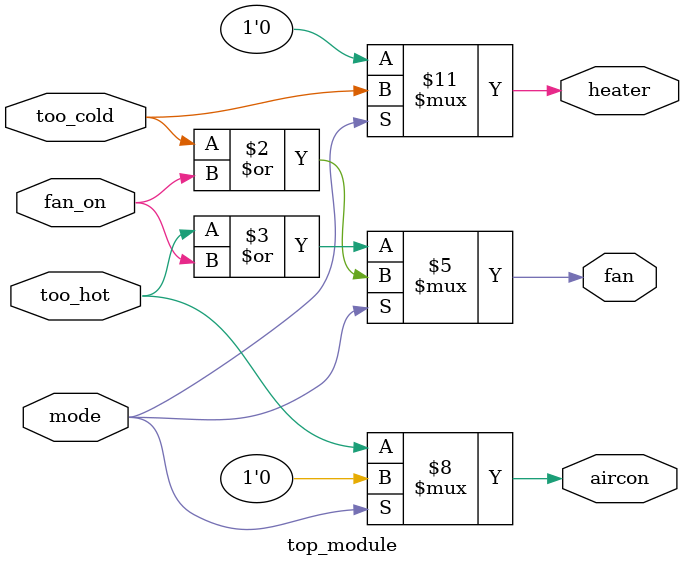
<source format=sv>
module top_module(
    input mode,
    input too_cold, 
    input too_hot,
    input fan_on,
    output reg heater,
    output reg aircon,
    output reg fan
);

always @(*) begin
    if (mode) begin // Heating mode
        heater = too_cold;
        aircon = 0;
        fan = heater | fan_on;
    end
    else begin // Cooling mode
        heater = 0;
        aircon = too_hot;
        fan = aircon | fan_on;
    end
end

endmodule

</source>
